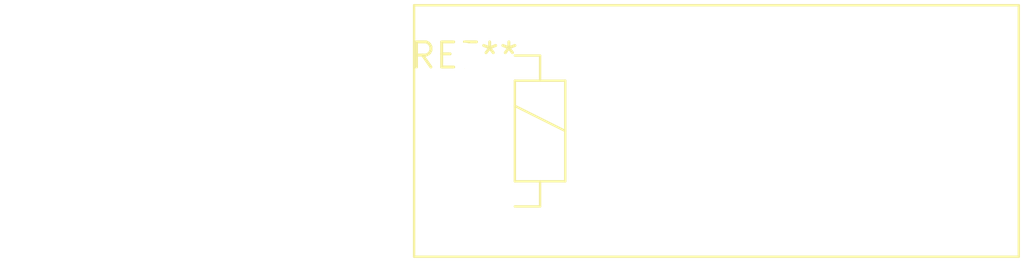
<source format=kicad_pcb>
(kicad_pcb (version 20240108) (generator pcbnew)
  (layers (0 "F.Cu" signal) (31 "B.Cu" signal) (34 "B.Paste" user) (35 "F.Paste" user) (36 "B.SilkS" user "B.Silkscreen") (37 "F.SilkS" user "F.Silkscreen") (38 "B.Mask" user) (39 "F.Mask" user) (44 "Edge.Cuts" user))
  (net 0 "")
  (footprint "Relay_SPDT_Schrack-RP-II-1-FormC_RM3.5mm" (layer "F.Cu") (at 0 0)
    (property "Reference" "REF**")
    (property "Value" "Relay_SPDT_Schrack-RP-II-1-FormC_RM3.5mm")
    (fp_line (start -2.54 -2.54) (end 27.94 -2.54) (layer "F.SilkS") (stroke (width 0.12)))
    (fp_line (start -2.54 10.16) (end -2.54 -2.54) (layer "F.SilkS") (stroke (width 0.12)))
    (fp_line (start 2.54 0) (end 3.81 0) (layer "F.SilkS") (stroke (width 0.12)))
    (fp_line (start 2.54 1.27) (end 3.81 1.27) (layer "F.SilkS") (stroke (width 0.12)))
    (fp_line (start 2.54 2.54) (end 5.08 3.81) (layer "F.SilkS") (stroke (width 0.12)))
    (fp_line (start 2.54 6.35) (end 2.54 1.27) (layer "F.SilkS") (stroke (width 0.12)))
    (fp_line (start 3.81 0) (end 3.81 1.27) (layer "F.SilkS") (stroke (width 0.12)))
    (fp_line (start 3.81 1.27) (end 5.08 1.27) (layer "F.SilkS") (stroke (width 0.12)))
    (fp_line (start 3.81 6.35) (end 3.81 7.62) (layer "F.SilkS") (stroke (width 0.12)))
    (fp_line (start 3.81 7.62) (end 2.54 7.62) (layer "F.SilkS") (stroke (width 0.12)))
    (fp_line (start 5.08 1.27) (end 5.08 6.35) (layer "F.SilkS") (stroke (width 0.12)))
    (fp_line (start 5.08 6.35) (end 2.54 6.35) (layer "F.SilkS") (stroke (width 0.12)))
    (fp_line (start 27.94 -2.54) (end 27.94 10.16) (layer "F.SilkS") (stroke (width 0.12)))
    (fp_line (start 27.94 10.16) (end -2.54 10.16) (layer "F.SilkS") (stroke (width 0.12)))
    (pad "11" thru_hole circle (at 20.32 0) (size 3 3) (drill 1.3) (layers *.Cu *.Mask) (remove_unused_layers))
    (pad "12" thru_hole circle (at 16.82 7.62) (size 3 3) (drill 1.3) (layers *.Cu *.Mask) (remove_unused_layers))
    (pad "14" thru_hole circle (at 23.82 7.62) (size 3 3) (drill 1.3) (layers *.Cu *.Mask) (remove_unused_layers))
    (pad "A1" thru_hole circle (at 0 0) (size 3 3) (drill 1.3) (layers *.Cu *.Mask) (remove_unused_layers))
    (pad "A2" thru_hole circle (at 0 7.62) (size 3 3) (drill 1.3) (layers *.Cu *.Mask) (remove_unused_layers))
  )
)
</source>
